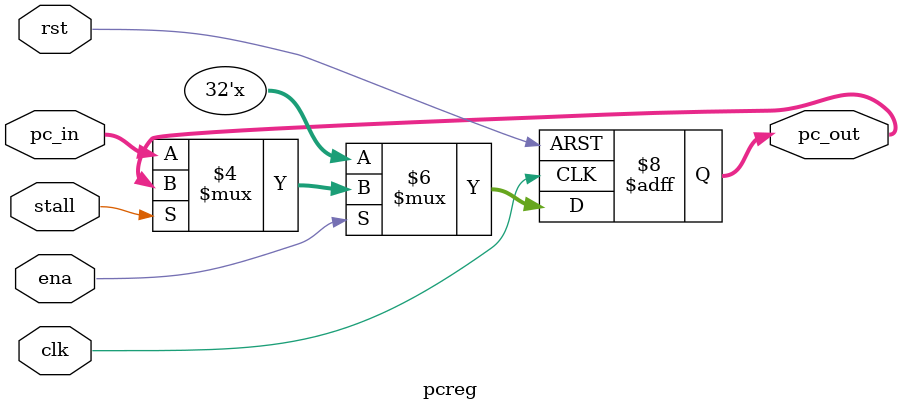
<source format=v>
`timescale 1ns / 1ps


module pcreg(
    input               clk,
    input               ena,
    input               rst,
    input               stall,
    input      [31:0]   pc_in,
    output reg [31:0]   pc_out
    );
    
    always@(posedge clk or posedge rst)
    begin
        if(rst)
        begin
            pc_out <= 32'h00400000;
        end
        else if(ena)
        begin
            if(stall)
            begin
                pc_out <= pc_out;
            end
            else
            begin
                pc_out <= pc_in;
            end
        end
        else
        begin
            pc_out <= 32'bz;
        end
    end
    
endmodule
</source>
